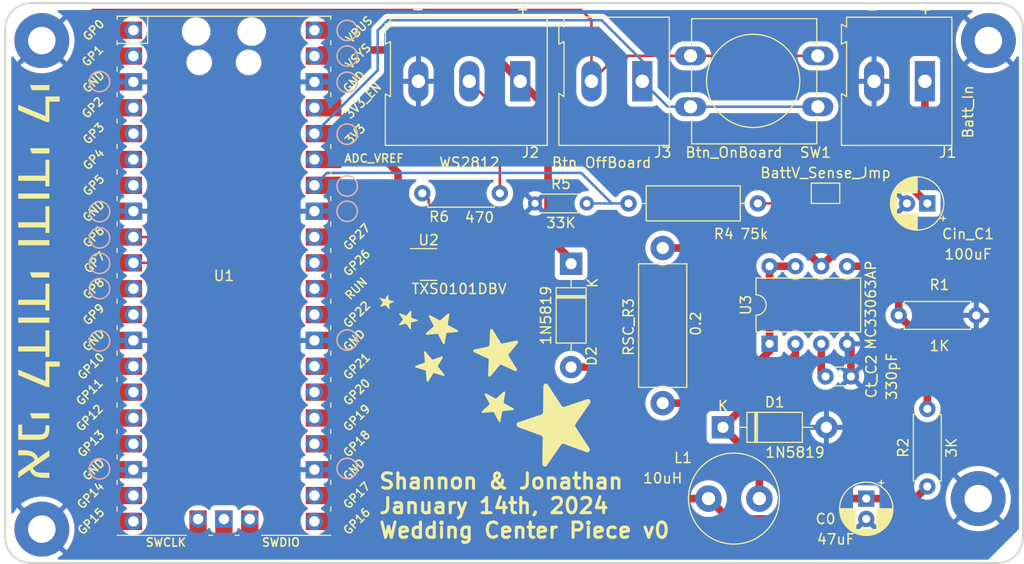
<source format=kicad_pcb>
(kicad_pcb (version 20221018) (generator pcbnew)
  (layers (0 "F.Cu" signal) (31 "B.Cu" signal) (34 "B.Paste" user) (35 "F.Paste" user) (36 "B.SilkS" user "B.Silkscreen") (37 "F.SilkS" user "F.Silkscreen") (38 "B.Mask" user) (39 "F.Mask" user) (44 "Edge.Cuts" user))
  (net 0 "")
  (net 1 "+5V")
  (net 2 "/Data_5V")
  (net 3 "GND")
  (net 4 "/Batt+")
  (net 5 "+3V3")
  (net 6 "Net-(J3-Pin_2)")
  (net 7 "Net-(U3-DC)")
  (net 8 "Net-(U1-GPIO28_ADC2)")
  (net 9 "Net-(U2-B)")
  (net 10 "Net-(D2-A)")
  (net 11 "Net-(U3-Vfb)")
  (net 12 "Net-(U1-GPIO6)")
  (net 13 "Net-(U1-GPIO7)")
  (net 14 "Net-(D1-K)")
  (net 15 "Net-(U3-TC)")
  (net 45 "Net-(JP1-B)")
  (footprint "TerminalBlock:TerminalBlock_Altech_AK300-2_P5.00mm" (layer "F.Cu") (at 182.765 75 180)
    (fp_text reference "J1")
    (fp_text value "Batt_In")
  )
  (footprint "MCU_RaspberryPi_and_Boards:RPi_Pico_SMD_TH" (layer "F.Cu") (at 113.89 94.11)
    (fp_text reference "U1")
    (fp_text value "Pico")
  )
  (footprint "MountingHole:MountingHole_2.7mm_M2.5_Pad" (layer "F.Cu") (at 96 71)
    (fp_text reference "H1" hide)
    (fp_text value "MountingHole_Pad" hide)
  )
  (footprint "Package_DIP:DIP-8_W7.62mm" (layer "F.Cu") (at 167.5 100.79 90)
    (fp_text reference "U3")
    (fp_text value "MC33063AP")
  )
  (footprint "Resistor_THT:R_Axial_DIN0207_L6.3mm_D2.5mm_P7.62mm_Horizontal" (layer "F.Cu") (at 133.38 86)
    (fp_text reference "R6")
    (fp_text value "470")
  )
  (footprint "Capacitor_THT:CP_Radial_D5.0mm_P2.00mm" (layer "F.Cu") (at 183 87 180)
    (fp_text reference "Cin_C1")
    (fp_text value "100uF")
  )
  (footprint "Jumper:SolderJumper-2_P1.3mm_Open_TrianglePad1.0x1.5mm" (layer "F.Cu") (at 173 86 180)
    (fp_text reference "JP1" hide)
    (fp_text value "BattV_Sense_Jmp")
  )
  (footprint "MountingHole:MountingHole_2.7mm_M2.5_Pad" (layer "F.Cu") (at 189 71)
    (fp_text reference "H2" hide)
    (fp_text value "MountingHole_Pad" hide)
  )
  (footprint "TerminalBlock:TerminalBlock_Altech_AK300-2_P5.00mm" (layer "F.Cu") (at 155 75 180)
    (fp_text reference "J3")
    (fp_text value "Btn_OffBoard")
  )
  (footprint "MountingHole:MountingHole_2.7mm_M2.5_Pad" (layer "F.Cu") (at 188 116)
    (fp_text reference "H4" hide)
    (fp_text value "MountingHole_Pad" hide)
  )
  (footprint "TerminalBlock:TerminalBlock_Altech_AK300-3_P5.00mm" (layer "F.Cu") (at 143 75 180)
    (fp_text reference "J2")
    (fp_text value "WS2812")
  )
  (footprint "Resistor_THT:R_Axial_DIN0207_L6.3mm_D2.5mm_P7.62mm_Horizontal" (layer "F.Cu") (at 180.19 98)
    (fp_text reference "R1")
    (fp_text value "1K")
  )
  (footprint "Resistor_THT:R_Axial_DIN0204_L3.6mm_D1.6mm_P5.08mm_Horizontal" (layer "F.Cu") (at 144.46 87)
    (fp_text reference "R5")
    (fp_text value "33K")
  )
  (footprint "Package_TO_SOT_SMD:SOT-23-6" (layer "F.Cu") (at 134 93)
    (fp_text reference "U2")
    (fp_text value "TXS0101DBV")
  )
  (footprint "Diode_THT:D_DO-41_SOD81_P10.16mm_Horizontal" (layer "F.Cu") (at 148 92.92 -90)
    (fp_text reference "D2")
    (fp_text value "1N5819")
  )
  (footprint "Resistor_THT:R_Axial_DIN0309_L9.0mm_D3.2mm_P12.70mm_Horizontal" (layer "F.Cu") (at 153.65 87)
    (fp_text reference "R4")
    (fp_text value "75k")
  )
  (footprint "Resistor_THT:R_Axial_DIN0414_L11.9mm_D4.5mm_P15.24mm_Horizontal" (layer "F.Cu") (at 157 91.38 -90)
    (fp_text reference "RSC_R3")
    (fp_text value "0.2")
  )
  (footprint "Inductor_THT:L_Radial_D8.7mm_P5.00mm_Fastron_07HCP" (layer "F.Cu") (at 166.5 116 180)
    (fp_text reference "L1")
    (fp_text value "10uH")
  )
  (footprint "Button_Switch_THT:SW_PUSH-12mm" (layer "F.Cu") (at 172.24 77.5 180)
    (fp_text reference "SW1")
    (fp_text value "Btn_OnBoard")
  )
  (footprint "Resistor_THT:R_Axial_DIN0207_L6.3mm_D2.5mm_P7.62mm_Horizontal" (layer "F.Cu") (at 183 114.81 90)
    (fp_text reference "R2")
    (fp_text value "3K")
  )
  (footprint "Diode_THT:D_DO-41_SOD81_P10.16mm_Horizontal" (layer "F.Cu") (at 162.92 109)
    (fp_text reference "D1")
    (fp_text value "1N5819")
  )
  (footprint "MountingHole:MountingHole_2.7mm_M2.5_Pad" (layer "F.Cu") (at 96 119)
    (fp_text reference "H3" hide)
    (fp_text value "MountingHole_Pad" hide)
  )
  (footprint "Capacitor_THT:C_Disc_D3.0mm_W1.6mm_P2.50mm" (layer "F.Cu") (at 173 104)
    (fp_text reference "Ct_C2")
    (fp_text value "330pF")
  )
  (footprint "Capacitor_THT:CP_Radial_D5.0mm_P2.00mm" (layer "F.Cu") (at 177 116 -90)
    (fp_text reference "C0")
    (fp_text value "47uF")
  )
  (gr_circle (center 101.674567 90.385567) (end 101.674567 91.385567) (stroke (width 0.15)) (fill none) (layer "B.SilkS"))
  (gr_circle (center 126 113.032553) (end 126 114.032553) (stroke (width 0.15)) (fill none) (layer "B.SilkS"))
  (gr_circle (center 101.674567 75.026219) (end 101.674567 76.026219) (stroke (width 0.15)) (fill none) (layer "B.SilkS"))
  (gr_circle (center 126 75.096611) (end 126 76.096611) (stroke (width 0.15)) (fill none) (layer "B.SilkS"))
  (gr_circle (center 101.674567 92.887606) (end 101.674567 93.887606) (stroke (width 0.15)) (fill none) (layer "B.SilkS"))
  (gr_circle (center 101.674567 95.363718) (end 101.674567 96.363718) (stroke (width 0.15)) (fill none) (layer "B.SilkS"))
  (gr_circle (center 126 80.193484) (end 126 81.193484) (stroke (width 0.15)) (fill none) (layer "B.SilkS"))
  (gr_circle (center 101.674567 113.082153) (end 101.674567 114.082153) (stroke (width 0.15)) (fill none) (layer "B.SilkS"))
  (gr_circle (center 126 72.515981) (end 126 73.515981) (stroke (width 0.15)) (fill none) (layer "B.SilkS"))
  (gr_circle (center 126 85.290314) (end 126 86.290314) (stroke (width 0.15)) (fill none) (layer "B.SilkS"))
  (gr_circle (center 101.674567 100.510399) (end 101.674567 101.510399) (stroke (width 0.15)) (fill none) (layer "B.SilkS"))
  (gr_circle (center 126 100.419512) (end 126 101.419512) (stroke (width 0.15)) (fill none) (layer "B.SilkS"))
  (gr_circle (center 126 70) (end 126 71) (stroke (width 0.15)) (fill none) (layer "B.SilkS"))
  (gr_circle (center 126 87.774212) (end 126 88.774212) (stroke (width 0.15)) (fill none) (layer "B.SilkS"))
  (gr_circle (center 101.674567 87.805744) (end 101.674567 88.805744) (stroke (width 0.15)) (fill none) (layer "B.SilkS"))
  (gr_poly (pts (xy 130 96) (xy 130.003535 96.000248) (xy 130.007047 96.000734) (xy 130.01052 96.001454) (xy 130.013935 96.002405) (xy 130.017277 96.003581) (xy 130.020529 96.00498) (xy 130.023674 96.006597) (xy 130.026694 96.008429) (xy 130.029572 96.010469) (xy 130.032293 96.012716) (xy 130.034839 96.015165) (xy 130.037193 96.017811) (xy 130.039338 96.020651) (xy 130.041257 96.023681) (xy 130.042934 96.026896) (xy 130.044351 96.030293) (xy 130.045492 96.033867) (xy 130.046339 96.037614) (xy 130.046877 96.041531) (xy 130.088766 96.465854) (xy 130.08898 96.467625) (xy 130.089269 96.469378) (xy 130.08963 96.471111) (xy 130.090062 96.472824) (xy 130.090564 96.474513) (xy 130.091133 96.476178) (xy 130.09177 96.477818) (xy 130.092472 96.47943) (xy 130.093238 96.481013) (xy 130.094067 96.482566) (xy 130.095907 96.485574) (xy 130.097981 96.488441) (xy 130.100278 96.491155) (xy 130.102786 96.493704) (xy 130.105495 96.496075) (xy 130.108393 96.498255) (xy 130.111469 96.500233) (xy 130.114713 96.501995) (xy 130.118112 96.503529) (xy 130.119867 96.504207) (xy 130.121656 96.504824) (xy 130.123479 96.505377) (xy 130.125334 96.505865) (xy 130.569195 96.613154) (xy 130.573252 96.614295) (xy 130.57708 96.615692) (xy 130.580677 96.61733) (xy 130.584042 96.619192) (xy 130.587174 96.621262) (xy 130.59007 96.623523) (xy 130.592729 96.625961) (xy 130.59515 96.628558) (xy 130.59733 96.631298) (xy 130.599269 96.634165) (xy 130.600964 96.637144) (xy 130.602413 96.640217) (xy 130.603617 96.643369) (xy 130.604571 96.646584) (xy 130.605276 96.649846) (xy 130.60573 96.653137) (xy 130.60593 96.656443) (xy 130.605875 96.659747) (xy 130.605564 96.663032) (xy 130.604995 96.666284) (xy 130.604166 96.669485) (xy 130.603076 96.672619) (xy 130.601723 96.675671) (xy 130.600105 96.678624) (xy 130.598221 96.681462) (xy 130.59607 96.684169) (xy 130.593649 96.686728) (xy 130.590957 96.689124) (xy 130.587993 96.69134) (xy 130.584754 96.693361) (xy 130.58124 96.695169) (xy 130.577448 96.69675) (xy 130.159565 96.851664) (xy 130.156136 96.853092) (xy 130.152888 96.854755) (xy 130.149829 96.856639) (xy 130.146969 96.858731) (xy 130.144316 96.861019) (xy 130.141878 96.863489) (xy 130.139665 96.866127) (xy 130.137685 96.86892) (xy 130.135947 96.871856) (xy 130.134459 96.87492) (xy 130.133232 96.8781) (xy 130.132272 96.881382) (xy 130.13159 96.884753) (xy 130.131355 96.886468) (xy 130.131193 96.8882) (xy 130.131105 96.889948) (xy 130.131092 96.89171) (xy 130.131154 96.893484) (xy 130.131293 96.895268) (xy 130.173182 97.319591) (xy 130.173407 97.323518) (xy 130.173292 97.327311) (xy 130.172854 97.330965) (xy 130.172108 97.334474) (xy 130.17107 97.337833) (xy 130.169756 97.341036) (xy 130.168183 97.344076) (xy 130.166365 97.346948) (xy 130.164319 97.349645) (xy 130.16206 97.352163) (xy 130.159606 97.354495) (xy 130.156971 97.356635) (xy 130.154172 97.358577) (xy 130.151224 97.360316) (xy 130.148143 97.361845) (xy 130.144946 97.363159) (xy 130.141648 97.364251) (xy 130.138265 97.365117) (xy 130.134813 97.365749) (xy 130.131309 97.366143) (xy 130.127767 97.366292) (xy 130.124204 97.36619) (xy 130.120636 97.365831) (xy 130.117078 97.36521) (xy 130.113547 97.364321) (xy 130.110059 97.363158) (xy 130.106629 97.361714) (xy 130.103273 97.359985) (xy 130.100008 97.357963) (xy 130.096849 97.355644) (xy 130.093812 97.353022) (xy 130.090913 97.350089) (xy 129.7907 97.021523) (xy 129.788082 97.018872) (xy 129.785284 97.016447) (xy 129.782324 97.014253) (xy 129.779218 97.012292) (xy 129.775983 97.01057) (xy 129.772636 97.00909) (xy 129.769193 97.007855) (xy 129.765671 97.006871) (xy 129.762088 97.00614) (xy 129.75846 97.005667) (xy 129.754803 97.005456) (xy 129.751135 97.00551) (xy 129.747472 97.005834) (xy 129.743832 97.006431) (xy 129.74023 97.007306) (xy 129.736684 97.008461) (xy 129.318738 97.163401) (xy 129.314813 97.164688) (xy 129.310908 97.165637) (xy 129.307034 97.166258) (xy 129.303202 97.166567) (xy 129.299425 97.166573) (xy 129.295714 97.166291) (xy 129.292079 97.165732) (xy 129.288533 97.16491) (xy 129.285086 97.163836) (xy 129.281751 97.162524) (xy 129.278539 97.160986) (xy 129.27546 97.159234) (xy 129.272527 97.157281) (xy 129.26975 97.15514) (xy 129.267142 97.152822) (xy 129.264714 97.150342) (xy 129.262476 97.14771) (xy 129.260442 97.14494) (xy 129.258621 97.142044) (xy 129.257025 97.139035) (xy 129.255666 97.135926) (xy 129.254555 97.132728) (xy 129.253704 97.129455) (xy 129.253124 97.126119) (xy 129.252826 97.122732) (xy 129.252821 97.119307) (xy 129.253122 97.115857) (xy 129.25374 97.112394) (xy 129.254686 97.108931) (xy 129.255971 97.10548) (xy 129.257607 97.102054) (xy 129.259605 97.098665) (xy 129.492015 96.74068) (xy 129.492959 96.739159) (xy 129.493831 96.737613) (xy 129.494629 96.736043) (xy 129.495354 96.734451) (xy 129.496006 96.73284) (xy 129.496586 96.73121) (xy 129.497093 96.729565) (xy 129.497528 96.727906) (xy 129.497892 96.726235) (xy 129.498184 96.724554) (xy 129.498404 96.722864) (xy 129.498553 96.721169) (xy 129.498639 96.717769) (xy 129.498443 96.714367) (xy 129.497967 96.710981) (xy 129.497212 96.707626) (xy 129.496181 96.704317) (xy 129.494875 96.701071) (xy 129.493297 96.697903) (xy 129.491447 96.694829) (xy 129.490421 96.693332) (xy 129.489328 96.691864) (xy 129.488168 96.690428) (xy 129.486942 96.689025) (xy 129.186729 96.360459) (xy 129.184085 96.357323) (xy 129.181792 96.354112) (xy 129.179842 96.350838) (xy 129.178226 96.347515) (xy 129.176934 96.344157) (xy 129.175959 96.340777) (xy 129.175291 96.33739) (xy 129.174921 96.334008) (xy 129.17484 96.330645) (xy 129.17504 96.327315) (xy 129.175512 96.324032) (xy 129.176247 96.320809) (xy 129.177235 96.317659) (xy 129.178469 96.314597) (xy 129.179939 96.311636) (xy 129.181636 96.308789) (xy 129.183552 96.306071) (xy 129.185678 96.303494) (xy 129.188004 96.301073) (xy 129.190523 96.29882) (xy 129.193224 96.29675) (xy 129.1961 96.294877) (xy 129.199141 96.293213) (xy 129.202339 96.291772) (xy 129.205684 96.290569) (xy 129.209168 96.289616) (xy 129.212783 96.288928) (xy 129.216518 96.288517) (xy 129.220365 96.288398) (xy 129.224316 96.288584) (xy 129.228361 96.289088) (xy 129.232492 96.289925) (xy 129.676353 96.397213) (xy 129.678222 96.397627) (xy 129.680094 96.397968) (xy 129.681965 96.398239) (xy 129.683834 96.398438) (xy 129.685698 96.398568) (xy 129.687556 96.398629) (xy 129.689406 96.398621) (xy 129.691246 96.398546) (xy 129.693074 96.398404) (xy 129.694888 96.398196) (xy 129.696686 96.397922) (xy 129.698466 96.397583) (xy 129.700226 96.39718) (xy 129.701963 96.396714) (xy 129.703677 96.396185) (xy 129.705365 96.395595) (xy 129.707026 96.394943) (xy 129.708656 96.394231) (xy 129.710255 96.393459) (xy 129.71182 96.392627) (xy 129.713349 96.391738) (xy 129.714841 96.390791) (xy 129.716293 96.389787) (xy 129.717703 96.388727) (xy 129.71907 96.387611) (xy 129.720391 96.386441) (xy 129.721665 96.385216) (xy 129.722889 96.383938) (xy 129.724062 96.382608) (xy 129.725181 96.381226) (xy 129.726245 96.379793) (xy 129.727252 96.378309) (xy 129.959662 96.020324) (xy 129.961955 96.017103) (xy 129.964445 96.014172) (xy 129.967115 96.011529) (xy 129.969948 96.00917) (xy 129.972928 96.007089) (xy 129.976037 96.005283) (xy 129.979258 96.003748) (xy 129.982575 96.00248) (xy 129.98597 96.001475) (xy 129.989428 96.000728) (xy 129.99293 96.000236) (xy 129.996459 95.999995)) (fill solid) (layer "F.SilkS"))
  (gr_poly (pts (xy 140.190577 99.336513) (xy 140.201609 99.337974) (xy 140.212591 99.340291) (xy 140.22347 99.343475) (xy 140.234194 99.347539) (xy 140.244712 99.352491) (xy 140.254971 99.358344) (xy 140.26492 99.365108) (xy 140.274506 99.372795) (xy 140.283677 99.381416) (xy 140.292383 99.39098) (xy 140.30057 99.4015) (xy 140.308186 99.412986) (xy 141.086406 100.687347) (xy 141.09331 100.697742) (xy 141.10087 100.707476) (xy 141.109037 100.716525) (xy 141.11776 100.724866) (xy 141.126991 100.732475) (xy 141.136679 100.739331) (xy 141.146776 100.745409) (xy 141.15723 100.750687) (xy 141.167993 100.755142) (xy 141.179015 100.75875) (xy 141.190246 100.761488) (xy 141.201637 100.763333) (xy 141.213138 100.764263) (xy 141.224699 100.764253) (xy 141.236271 100.763282) (xy 141.247803 100.761325) (xy 142.612908 100.470971) (xy 142.625659 100.468825) (xy 142.638192 100.467808) (xy 142.650477 100.46787) (xy 142.662484 100.468965) (xy 142.674185 100.471043) (xy 142.685549 100.474056) (xy 142.696546 100.477955) (xy 142.707147 100.482692) (xy 142.717322 100.488219) (xy 142.727042 100.494486) (xy 142.736277 100.501446) (xy 142.744996 100.50905) (xy 142.753171 100.517249) (xy 142.760772 100.525995) (xy 142.767769 100.535239) (xy 142.774132 100.544934) (xy 142.779831 100.555029) (xy 142.784838 100.565478) (xy 142.789122 100.576231) (xy 142.792653 100.587241) (xy 142.795402 100.598457) (xy 142.79734 100.609833) (xy 142.798435 100.621319) (xy 142.79866 100.632867) (xy 142.797984 100.644429) (xy 142.796377 100.655955) (xy 142.793809 100.667398) (xy 142.790252 100.678709) (xy 142.785675 100.68984) (xy 142.780049 100.700741) (xy 142.773344 100.711366) (xy 142.765529 100.721664) (xy 141.881269 101.799634) (xy 141.874286 101.808946) (xy 141.868153 101.818747) (xy 141.862873 101.828981) (xy 141.858451 101.839595) (xy 141.854888 101.850533) (xy 141.852188 101.861742) (xy 141.850353 101.873167) (xy 141.849388 101.884753) (xy 141.849294 101.896446) (xy 141.850076 101.908191) (xy 141.851735 101.919933) (xy 141.854276 101.931619) (xy 141.857701 101.943193) (xy 141.862013 101.954601) (xy 141.867215 101.965788) (xy 141.873311 101.976701) (xy 142.651528 103.251062) (xy 142.65827 103.26308) (xy 142.66389 103.275163) (xy 142.668421 103.287267) (xy 142.671897 103.299354) (xy 142.674352 103.31138) (xy 142.675819 103.323306) (xy 142.676332 103.33509) (xy 142.675925 103.346691) (xy 142.67463 103.358068) (xy 142.672482 103.36918) (xy 142.669514 103.379986) (xy 142.66576 103.390445) (xy 142.661254 103.400515) (xy 142.656028 103.410156) (xy 142.650117 103.419327) (xy 142.643554 103.427986) (xy 142.636373 103.436092) (xy 142.628608 103.443605) (xy 142.620291 103.450482) (xy 142.611457 103.456684) (xy 142.60214 103.462169) (xy 142.592372 103.466896) (xy 142.582187 103.470824) (xy 142.571619 103.473911) (xy 142.560702 103.476118) (xy 142.549469 103.477401) (xy 142.537954 103.477722) (xy 142.52619 103.477038) (xy 142.514211 103.475308) (xy 142.502051 103.472491) (xy 142.489743 103.468547) (xy 142.47732 103.463434) (xy 141.152906 102.8554) (xy 141.147311 102.852966) (xy 141.141677 102.850774) (xy 141.136013 102.848822) (xy 141.130323 102.847108) (xy 141.124615 102.845633) (xy 141.118894 102.844393) (xy 141.113168 102.843389) (xy 141.107442 102.842618) (xy 141.101723 102.842079) (xy 141.096017 102.841772) (xy 141.090331 102.841694) (xy 141.08467 102.841845) (xy 141.079042 102.842224) (xy 141.073453 102.842828) (xy 141.067909 102.843657) (xy 141.062416 102.844709) (xy 141.05698 102.845983) (xy 141.051609 102.847477) (xy 141.046309 102.849192) (xy 141.041085 102.851124) (xy 141.035945 102.853273) (xy 141.030894 102.855638) (xy 141.025939 102.858216) (xy 141.021087 102.861008) (xy 141.016343 102.864012) (xy 141.011714 102.867225) (xy 141.007207 102.870648) (xy 141.002828 102.874279) (xy 140.998582 102.878116) (xy 140.994478 102.882158) (xy 140.99052 102.886404) (xy 140.986715 102.890852) (xy 140.102456 103.968822) (xy 140.093898 103.97842) (xy 140.084863 103.986926) (xy 140.0754 103.994362) (xy 140.06556 104.000751) (xy 140.055394 104.006118) (xy 140.044952 104.010485) (xy 140.034283 104.013876) (xy 140.02344 104.016313) (xy 140.012472 104.017819) (xy 140.001429 104.018419) (xy 139.990362 104.018135) (xy 139.979322 104.016991) (xy 139.968358 104.015009) (xy 139.957522 104.012213) (xy 139.946863 104.008626) (xy 139.936433 104.004272) (xy 139.926281 103.999172) (xy 139.916458 103.993352) (xy 139.907015 103.986833) (xy 139.898001 103.97964) (xy 139.889467 103.971794) (xy 139.881465 103.96332) (xy 139.874043 103.954241) (xy 139.867253 103.94458) (xy 139.861145 103.93436) (xy 139.855769 103.923604) (xy 139.851176 103.912336) (xy 139.847416 103.900578) (xy 139.84454 103.888355) (xy 139.842598 103.875688) (xy 139.84164 103.862602) (xy 139.841717 103.849119) (xy 139.907275 102.395263) (xy 139.907432 102.389161) (xy 139.907351 102.383079) (xy 139.907036 102.377025) (xy 139.906489 102.371004) (xy 139.905716 102.365022) (xy 139.904719 102.359085) (xy 139.903503 102.353199) (xy 139.90207 102.34737) (xy 139.900425 102.341604) (xy 139.898572 102.335907) (xy 139.896514 102.330286) (xy 139.894255 102.324745) (xy 139.891799 102.319291) (xy 139.889149 102.313931) (xy 139.886309 102.308669) (xy 139.883283 102.303512) (xy 139.880074 102.298466) (xy 139.876687 102.293537) (xy 139.873125 102.288731) (xy 139.869391 102.284054) (xy 139.86549 102.279512) (xy 139.861425 102.275111) (xy 139.8572 102.270857) (xy 139.852818 102.266755) (xy 139.848284 102.262813) (xy 139.8436 102.259035) (xy 139.838772 102.255428) (xy 139.833802 102.251998) (xy 139.828694 102.24875) (xy 139.823452 102.245692) (xy 139.81808 102.242828) (xy 139.812581 102.240165) (xy 138.487962 101.632043) (xy 138.47591 101.625945) (xy 138.464687 101.619108) (xy 138.454292 101.611589) (xy 138.444721 101.603442) (xy 138.435972 101.594724) (xy 138.428043 101.58549) (xy 138.420931 101.575795) (xy 138.414633 101.565694) (xy 138.409146 101.555243) (xy 138.404468 101.544497) (xy 138.400597 101.533512) (xy 138.397529 101.522343) (xy 138.395262 101.511045) (xy 138.393794 101.499674) (xy 138.393122 101.488286) (xy 138.393243 101.476935) (xy 138.394154 101.465677) (xy 138.395854 101.454567) (xy 138.398339 101.443661) (xy 138.401606 101.433015) (xy 138.405654 101.422682) (xy 138.410479 101.41272) (xy 138.416079 101.403184) (xy 138.422452 101.394128) (xy 138.429594 101.385608) (xy 138.437503 101.37768) (xy 138.446176 101.370398) (xy 138.455611 101.36382) (xy 138.465806 101.357998) (xy 138.476756 101.35299) (xy 138.488461 101.348851) (xy 138.500917 101.345635) (xy 139.86602 101.055281) (xy 139.87172 101.05395) (xy 139.87731 101.05239) (xy 139.882785 101.050605) (xy 139.888142 101.048601) (xy 139.893376 101.046383) (xy 139.898484 101.043956) (xy 139.903462 101.041325) (xy 139.908305 101.038495) (xy 139.917571 101.032259) (xy 139.926251 101.025288) (xy 139.934313 101.017624) (xy 139.941724 101.009306) (xy 139.948452 101.000375) (xy 139.954465 100.990873) (xy 139.959731 100.980839) (xy 139.964217 100.970314) (xy 139.967893 100.959339) (xy 139.970724 100.947954) (xy 139.972679 100.9362) (xy 139.973319 100.930198) (xy 139.973727 100.924118) (xy 140.039283 99.470261) (xy 140.04042 99.456897) (xy 140.042545 99.44417) (xy 140.045607 99.432091) (xy 140.049553 99.420671) (xy 140.054331 99.409921) (xy 140.05989 99.399851) (xy 140.066178 99.390473) (xy 140.073142 99.381799) (xy 140.080731 99.373837) (xy 140.088893 99.366601) (xy 140.097575 99.3601) (xy 140.106726 99.354346) (xy 140.116294 99.34935) (xy 140.126227 99.345122) (xy 140.136473 99.341674) (xy 140.146979 99.339017) (xy 140.157695 99.337161) (xy 140.168568 99.336118) (xy 140.179546 99.335898)) (fill solid) (layer "F.SilkS"))
  (gr_poly (pts (xy 133.644768 101.526166) (xy 133.651959 101.527221) (xy 133.659129 101.528847) (xy 133.666247 101.531056) (xy 133.673282 101.533859) (xy 133.6802 101.537269) (xy 133.68697 101.541297) (xy 133.69356 101.545954) (xy 133.699938 101.551253) (xy 133.706071 101.557204) (xy 133.711929 101.563819) (xy 134.319384 102.303712) (xy 134.324692 102.309698) (xy 134.330358 102.315206) (xy 134.336348 102.320225) (xy 134.342629 102.324744) (xy 134.349167 102.328755) (xy 134.355928 102.332246) (xy 134.362879 102.335207) (xy 134.369986 102.337629) (xy 134.377216 102.3395) (xy 134.384534 102.34081) (xy 134.391909 102.34155) (xy 134.399305 102.341708) (xy 134.40669 102.341275) (xy 134.41403 102.340241) (xy 134.42129 102.338595) (xy 134.428439 102.336326) (xy 135.26934 102.030554) (xy 135.277245 102.028057) (xy 135.285111 102.026296) (xy 135.292917 102.025243) (xy 135.300638 102.02487) (xy 135.308252 102.025149) (xy 135.315735 102.026051) (xy 135.323064 102.027548) (xy 135.330217 102.029613) (xy 135.337169 102.032217) (xy 135.343898 102.035332) (xy 135.35038 102.038929) (xy 135.356592 102.042981) (xy 135.362512 102.04746) (xy 135.368116 102.052337) (xy 135.373381 102.057584) (xy 135.378283 102.063173) (xy 135.3828 102.069076) (xy 135.386908 102.075265) (xy 135.390584 102.081711) (xy 135.393805 102.088387) (xy 135.396549 102.095264) (xy 135.398791 102.102315) (xy 135.400508 102.10951) (xy 135.401678 102.116822) (xy 135.402277 102.124223) (xy 135.402282 102.131684) (xy 135.40167 102.139178) (xy 135.400417 102.146676) (xy 135.398501 102.15415) (xy 135.395899 102.161572) (xy 135.392586 102.168913) (xy 135.388541 102.176147) (xy 134.922992 102.939221) (xy 134.921116 102.942456) (xy 134.919386 102.945754) (xy 134.916364 102.952522) (xy 134.913922 102.95949) (xy 134.912058 102.966622) (xy 134.910768 102.973884) (xy 134.910051 102.981241) (xy 134.909902 102.988658) (xy 134.91032 102.9961) (xy 134.911301 103.003533) (xy 134.912841 103.01092) (xy 134.914939 103.018228) (xy 134.917592 103.025422) (xy 134.920796 103.032465) (xy 134.924548 103.039325) (xy 134.928847 103.045966) (xy 134.933687 103.052352) (xy 135.541142 103.792244) (xy 135.546492 103.799276) (xy 135.551134 103.806447) (xy 135.555088 103.813729) (xy 135.55837 103.821094) (xy 135.560998 103.828512) (xy 135.562991 103.835953) (xy 135.564364 103.843389) (xy 135.565138 103.850791) (xy 135.565328 103.85813) (xy 135.564952 103.865376) (xy 135.564029 103.872501) (xy 135.562576 103.879476) (xy 135.56061 103.88627) (xy 135.55815 103.892856) (xy 135.555213 103.899205) (xy 135.551816 103.905286) (xy 135.547978 103.911072) (xy 135.543715 103.916532) (xy 135.539047 103.921639) (xy 135.53399 103.926362) (xy 135.528562 103.930674) (xy 135.52278 103.934544) (xy 135.516663 103.937943) (xy 135.510228 103.940844) (xy 135.503493 103.943216) (xy 135.496475 103.94503) (xy 135.489192 103.946258) (xy 135.481662 103.946869) (xy 135.473903 103.946837) (xy 135.465932 103.94613) (xy 135.457766 103.944721) (xy 135.449424 103.942579) (xy 134.554448 103.674331) (xy 134.550679 103.673283) (xy 134.546907 103.672392) (xy 134.543137 103.671656) (xy 134.539372 103.671075) (xy 134.535617 103.670645) (xy 134.531874 103.670367) (xy 134.528149 103.670239) (xy 134.524445 103.670259) (xy 134.520766 103.670425) (xy 134.517116 103.670738) (xy 134.513499 103.671194) (xy 134.509918 103.671794) (xy 134.506379 103.672534) (xy 134.502884 103.673415) (xy 134.499437 103.674434) (xy 134.496043 103.675591) (xy 134.492706 103.676883) (xy 134.489429 103.67831) (xy 134.486216 103.67987) (xy 134.483071 103.681561) (xy 134.479999 103.683383) (xy 134.477002 103.685334) (xy 134.474086 103.687412) (xy 134.471253 103.689616) (xy 134.468508 103.691945) (xy 134.465855 103.694397) (xy 134.463298 103.696971) (xy 134.46084 103.699666) (xy 134.458486 103.702479) (xy 134.45624 103.705411) (xy 134.454104 103.708459) (xy 134.452084 103.711622) (xy 133.986535 104.474696) (xy 133.981955 104.481551) (xy 133.976975 104.487754) (xy 133.971628 104.493317) (xy 133.965949 104.498249) (xy 133.959972 104.502561) (xy 133.95373 104.506262) (xy 133.947258 104.509364) (xy 133.940591 104.511876) (xy 133.933761 104.513808) (xy 133.926803 104.515171) (xy 133.919751 104.515975) (xy 133.91264 104.51623) (xy 133.905502 104.515947) (xy 133.898374 104.515136) (xy 133.891287 104.513807) (xy 133.884277 104.51197) (xy 133.877378 104.509635) (xy 133.870624 104.506813) (xy 133.864048 104.503514) (xy 133.857685 104.499749) (xy 133.85157 104.495527) (xy 133.845735 104.490858) (xy 133.840215 104.485754) (xy 133.835044 104.480224) (xy 133.830257 104.474278) (xy 133.825887 104.467928) (xy 133.821969 104.461182) (xy 133.818536 104.454051) (xy 133.815622 104.446546) (xy 133.813263 104.438676) (xy 133.811491 104.430453) (xy 133.810341 104.421886) (xy 133.722648 103.492977) (xy 133.722205 103.489088) (xy 133.721613 103.485234) (xy 133.720874 103.481418) (xy 133.719991 103.477644) (xy 133.718968 103.473915) (xy 133.717807 103.470234) (xy 133.716511 103.466605) (xy 133.715083 103.463032) (xy 133.713526 103.459517) (xy 133.711843 103.456065) (xy 133.708109 103.449362) (xy 133.703905 103.44295) (xy 133.699254 103.436857) (xy 133.694179 103.431111) (xy 133.688703 103.425739) (xy 133.68285 103.420769) (xy 133.679789 103.418444) (xy 133.676642 103.416229) (xy 133.673413 103.414129) (xy 133.670103 103.412147) (xy 133.666717 103.410286) (xy 133.663256 103.408551) (xy 133.659724 103.406943) (xy 133.656124 103.405467) (xy 133.652458 103.404127) (xy 133.64873 103.402925) (xy 132.753617 103.13464) (xy 132.745422 103.131839) (xy 132.737688 103.128497) (xy 132.730419 103.124647) (xy 132.723618 103.120327) (xy 132.717288 103.115569) (xy 132.711432 103.110412) (xy 132.706054 103.104889) (xy 132.701157 103.099036) (xy 132.696744 103.092888) (xy 132.692818 103.086482) (xy 132.689383 103.079851) (xy 132.686442 103.073033) (xy 132.683998 103.066061) (xy 132.682054 103.058972) (xy 132.680614 103.051801) (xy 132.679681 103.044584) (xy 132.679259 103.037355) (xy 132.67935 103.03015) (xy 132.679957 103.023004) (xy 132.681085 103.015954) (xy 132.682736 103.009034) (xy 132.684913 103.00228) (xy 132.687621 102.995727) (xy 132.690861 102.98941) (xy 132.694638 102.983365) (xy 132.698954 102.977628) (xy 132.703814 102.972234) (xy 132.709219 102.967217) (xy 132.715174 102.962615) (xy 132.721681 102.958461) (xy 132.728744 102.954792) (xy 132.736367 102.951642) (xy 133.577268 102.64587) (xy 133.580769 102.644517) (xy 133.584179 102.643029) (xy 133.590719 102.63966) (xy 133.596873 102.635791) (xy 133.602622 102.63145) (xy 133.607951 102.626666) (xy 133.612842 102.621469) (xy 133.617278 102.615885) (xy 133.621244 102.609945) (xy 133.624721 102.603676) (xy 133.627694 102.597108) (xy 133.630145 102.590269) (xy 133.632057 102.583188) (xy 133.633414 102.575893) (xy 133.634199 102.568412) (xy 133.634395 102.560776) (xy 133.633986 102.553011) (xy 133.546293 101.624102) (xy 133.545826 101.615516) (xy 133.546043 101.607246) (xy 133.546913 101.599305) (xy 133.548402 101.591703) (xy 133.55048 101.584452) (xy 133.553114 101.577565) (xy 133.556272 101.571051) (xy 133.559922 101.564924) (xy 133.564032 101.559194) (xy 133.56857 101.553874) (xy 133.573505 101.548974) (xy 133.578803 101.544507) (xy 133.584434 101.540484) (xy 133.590364 101.536916) (xy 133.596563 101.533815) (xy 133.602997 101.531194) (xy 133.609636 101.529062) (xy 133.616446 101.527433) (xy 133.623397 101.526317) (xy 133.630455 101.525726) (xy 133.63759 101.525672)) (fill solid) (layer "F.SilkS"))
  (gr_poly (pts (xy 135.947636 97.808677) (xy 135.955394 97.80963) (xy 135.963068 97.811134) (xy 135.970625 97.81317) (xy 135.97803 97.815721) (xy 135.98525 97.818768) (xy 135.992251 97.822293) (xy 135.999 97.826276) (xy 136.005462 97.830701) (xy 136.011604 97.835548) (xy 136.017392 97.840799) (xy 136.022792 97.846436) (xy 136.027771 97.85244) (xy 136.032294 97.858793) (xy 136.036329 97.865478) (xy 136.03984 97.872474) (xy 136.042795 97.879765) (xy 136.04516 97.887331) (xy 136.046901 97.895154) (xy 136.047983 97.903217) (xy 136.048374 97.9115) (xy 136.04804 97.919985) (xy 136.046946 97.928655) (xy 135.893637 98.858535) (xy 135.893083 98.862438) (xy 135.892696 98.866346) (xy 135.892475 98.870253) (xy 135.892418 98.874156) (xy 135.892522 98.87805) (xy 135.892786 98.881931) (xy 135.893208 98.885796) (xy 135.893785 98.889639) (xy 135.894515 98.893458) (xy 135.895396 98.897247) (xy 135.896426 98.901003) (xy 135.897603 98.904721) (xy 135.898926 98.908398) (xy 135.900391 98.912029) (xy 135.901997 98.91561) (xy 135.903742 98.919138) (xy 135.905623 98.922607) (xy 135.907639 98.926014) (xy 135.909787 98.929355) (xy 135.912066 98.932625) (xy 135.914473 98.935821) (xy 135.917006 98.938938) (xy 135.919663 98.941973) (xy 135.922442 98.94492) (xy 135.925342 98.947776) (xy 135.928359 98.950538) (xy 135.931492 98.9532) (xy 135.934739 98.955759) (xy 135.938097 98.95821) (xy 135.941565 98.960549) (xy 135.945141 98.962773) (xy 135.948822 98.964877) (xy 136.835075 99.447851) (xy 136.843084 99.452608) (xy 136.850457 99.457782) (xy 136.8572 99.463336) (xy 136.86332 99.469236) (xy 136.868822 99.475447) (xy 136.873711 99.481932) (xy 136.877994 99.488657) (xy 136.881676 99.495586) (xy 136.884763 99.502683) (xy 136.887262 99.509914) (xy 136.889176 99.517243) (xy 136.890514 99.524634) (xy 136.891279 99.532052) (xy 136.891478 99.539462) (xy 136.891118 99.546828) (xy 136.890202 99.554115) (xy 136.888738 99.561287) (xy 136.886732 99.568309) (xy 136.884188 99.575146) (xy 136.881113 99.581762) (xy 136.877512 99.588122) (xy 136.873391 99.59419) (xy 136.868757 99.599932) (xy 136.863614 99.605311) (xy 136.857969 99.610292) (xy 136.851827 99.61484) (xy 136.845195 99.618919) (xy 136.838077 99.622495) (xy 136.830481 99.62553) (xy 136.82241 99.627992) (xy 136.813872 99.629842) (xy 136.804872 99.631048) (xy 135.824084 99.72273) (xy 135.819985 99.723196) (xy 135.815947 99.723816) (xy 135.811971 99.724588) (xy 135.808061 99.725508) (xy 135.804221 99.726573) (xy 135.800453 99.727781) (xy 135.796762 99.729128) (xy 135.793149 99.730612) (xy 135.78962 99.73223) (xy 135.786176 99.733978) (xy 135.782821 99.735855) (xy 135.779558 99.737856) (xy 135.776392 99.73998) (xy 135.773324 99.742222) (xy 135.770358 99.744581) (xy 135.767499 99.747054) (xy 135.764748 99.749636) (xy 135.762109 99.752327) (xy 135.759585 99.755121) (xy 135.757181 99.758018) (xy 135.754898 99.761013) (xy 135.75274 99.764105) (xy 135.750712 99.767289) (xy 135.748815 99.770563) (xy 135.747053 99.773925) (xy 135.745429 99.77737) (xy 135.743948 99.780897) (xy 135.742611 99.784503) (xy 135.741423 99.788183) (xy 135.740386 99.791937) (xy 135.739504 99.79576) (xy 135.738781 99.79965) (xy 135.585472 100.72953) (xy 135.583707 100.738041) (xy 135.581292 100.746073) (xy 135.578266 100.753624) (xy 135.574665 100.76069) (xy 135.570528 100.767268) (xy 135.565891 100.773354) (xy 135.560792 100.778944) (xy 135.555268 100.784035) (xy 135.549357 100.788624) (xy 135.543095 100.792707) (xy 135.536521 100.796281) (xy 135.529671 100.799343) (xy 135.522583 100.801888) (xy 135.515295 100.803914) (xy 135.507844 100.805416) (xy 135.500266 100.806392) (xy 135.4926 100.806838) (xy 135.484883 100.806751) (xy 135.477151 100.806127) (xy 135.469444 100.804962) (xy 135.461797 100.803253) (xy 135.454248 100.800998) (xy 135.446835 100.798191) (xy 135.439595 100.794831) (xy 135.432565 100.790912) (xy 135.425783 100.786433) (xy 135.419286 100.781389) (xy 135.413112 100.775777) (xy 135.407297 100.769593) (xy 135.401879 100.762835) (xy 135.396896 100.755498) (xy 135.392384 100.747579) (xy 134.939399 99.874359) (xy 134.935325 99.867202) (xy 134.93074 99.860424) (xy 134.925675 99.854045) (xy 134.920165 99.848083) (xy 134.914244 99.842556) (xy 134.907944 99.83748) (xy 134.9013 99.832876) (xy 134.894345 99.828759) (xy 134.887113 99.82515) (xy 134.879637 99.822064) (xy 134.871951 99.819521) (xy 134.864089 99.817539) (xy 134.856084 99.816135) (xy 134.84797 99.815327) (xy 134.83978 99.815133) (xy 134.831548 99.815572) (xy 133.85061 99.907271) (xy 133.841494 99.907774) (xy 133.832614 99.907565) (xy 133.823987 99.906677) (xy 133.815632 99.905143) (xy 133.807564 99.902996) (xy 133.799801 99.90027) (xy 133.792361 99.896999) (xy 133.78526 99.893214) (xy 133.778517 99.888951) (xy 133.772147 99.884241) (xy 133.766168 99.879119) (xy 133.760597 99.873618) (xy 133.755452 99.867771) (xy 133.75075 99.86161) (xy 133.746507 99.855171) (xy 133.742742 99.848485) (xy 133.73947 99.841587) (xy 133.73671 99.834509) (xy 133.734479 99.827285) (xy 133.732794 99.819949) (xy 133.731671 99.812532) (xy 133.731129 99.80507) (xy 133.731184 99.797595) (xy 133.731854 99.79014) (xy 133.733155 99.782739) (xy 133.735105 99.775425) (xy 133.737722 99.768231) (xy 133.741021 99.761191) (xy 133.745021 99.754338) (xy 133.749739 99.747705) (xy 133.755192 99.741326) (xy 133.761397 99.735234) (xy 134.462374 99.1039) (xy 134.468005 99.098392) (xy 134.473066 99.092513) (xy 134.47755 99.086298) (xy 134.481453 99.079782) (xy 134.48477 99.073) (xy 134.487495 99.065986) (xy 134.489624 99.058775) (xy 134.491151 99.051401) (xy 134.492071 99.043899) (xy 134.49238 99.036304) (xy 134.492071 99.028651) (xy 134.49114 99.020973) (xy 134.489582 99.013307) (xy 134.487392 99.005685) (xy 134.484564 98.998144) (xy 134.481094 98.990717) (xy 134.028108 98.117498) (xy 134.024257 98.10929) (xy 134.0212 98.101122) (xy 134.01891 98.093016) (xy 134.01736 98.084998) (xy 134.016524 98.077089) (xy 134.016375 98.069316) (xy 134.016886 98.061702) (xy 134.018031 98.05427) (xy 134.019783 98.047045) (xy 134.022114 98.04005) (xy 134.025 98.03331) (xy 134.028412 98.026849) (xy 134.032324 98.020691) (xy 134.03671 98.014859) (xy 134.041542 98.009378) (xy 134.046795 98.004271) (xy 134.05244 97.999563) (xy 134.058453 97.995278) (xy 134.064805 97.991439) (xy 134.07147 97.988071) (xy 134.078422 97.985197) (xy 134.085633 97.982842) (xy 134.093078 97.98103) (xy 134.100729 97.979784) (xy 134.10856 97.979128) (xy 134.116543 97.979087) (xy 134.124653 97.979684) (xy 134.132862 97.980944) (xy 134.141145 97.982891) (xy 134.149473 97.985548) (xy 134.157821 97.988939) (xy 134.166162 97.993088) (xy 135.052415 98.476063) (xy 135.05997 98.479814) (xy 135.067686 98.482957) (xy 135.075525 98.485494) (xy 135.08345 98.487428) (xy 135.091426 98.488763) (xy 135.099414 98.489502) (xy 135.107379 98.489648) (xy 135.115282 98.489204) (xy 135.123088 98.488174) (xy 135.13076 98.486561) (xy 135.13826 98.484368) (xy 135.145552 98.481598) (xy 135.152598 98.478256) (xy 135.156018 98.47637) (xy 135.159363 98.474343) (xy 135.162628 98.472173) (xy 135.165808 98.469863) (xy 135.1689 98.467411) (xy 135.171898 98.464819) (xy 135.872876 97.833486) (xy 135.879615 97.82792) (xy 135.886607 97.823088) (xy 135.89382 97.818973) (xy 135.901219 97.815556) (xy 135.908771 97.812818) (xy 135.916441 97.810741) (xy 135.924197 97.809306) (xy 135.932004 97.808497) (xy 135.939828 97.808293)) (fill solid) (layer "F.SilkS"))
  (gr_poly (pts (xy 145.534641 104.698538) (xy 145.552956 104.700565) (xy 145.571148 104.704117) (xy 145.589131 104.709224) (xy 145.606821 104.715913) (xy 145.624132 104.724214) (xy 145.640978 104.734155) (xy 145.657274 104.745766) (xy 145.672935 104.759073) (xy 145.687876 104.774108) (xy 145.70201 104.790897) (xy 145.715253 104.809471) (xy 147.07029 106.880081) (xy 147.082256 106.896876) (xy 147.09527 106.912403) (xy 147.10925 106.926631) (xy 147.124113 106.939528) (xy 147.139776 106.951065) (xy 147.156156 106.961209) (xy 147.173172 106.969929) (xy 147.190741 106.977195) (xy 147.208779 106.982975) (xy 147.227205 106.987238) (xy 147.245935 106.989954) (xy 147.264888 106.991091) (xy 147.28398 106.990618) (xy 147.303129 106.988504) (xy 147.322252 106.984718) (xy 147.331778 106.982188) (xy 147.341267 106.979228) (xy 149.586426 106.228055) (xy 149.607401 106.221985) (xy 149.628075 106.217918) (xy 149.648397 106.215774) (xy 149.668317 106.215475) (xy 149.687782 106.216942) (xy 149.706741 106.220096) (xy 149.725143 106.224858) (xy 149.742935 106.231149) (xy 149.760067 106.23889) (xy 149.776486 106.248003) (xy 149.792142 106.258408) (xy 149.806982 106.270026) (xy 149.820956 106.282779) (xy 149.834011 106.296588) (xy 149.846096 106.311374) (xy 149.857159 106.327057) (xy 149.86715 106.343559) (xy 149.876015 106.360801) (xy 149.883705 106.378704) (xy 149.890167 106.397189) (xy 149.89535 106.416178) (xy 149.899202 106.435591) (xy 149.901672 106.455349) (xy 149.902708 106.475374) (xy 149.902259 106.495586) (xy 149.900272 106.515908) (xy 149.896697 106.536258) (xy 149.891483 106.55656) (xy 149.884576 106.576734) (xy 149.875927 106.5967) (xy 149.865482 106.616381) (xy 149.853192 106.635697) (xy 148.445645 108.666874) (xy 148.43453 108.684323) (xy 148.424861 108.702464) (xy 148.41664 108.7212) (xy 148.409867 108.740437) (xy 148.404542 108.760077) (xy 148.400666 108.780027) (xy 148.398239 108.800188) (xy 148.397262 108.820467) (xy 148.397736 108.840767) (xy 148.39966 108.860992) (xy 148.403035 108.881047) (xy 148.407862 108.900836) (xy 148.414142 108.920263) (xy 148.421873 108.939232) (xy 148.431058 108.957648) (xy 148.441697 108.975415) (xy 149.796948 111.046336) (xy 149.808769 111.065992) (xy 149.818729 111.085959) (xy 149.826884 111.106161) (xy 149.833286 111.126519) (xy 149.83799 111.146957) (xy 149.841049 111.167397) (xy 149.842517 111.187762) (xy 149.842449 111.207975) (xy 149.840897 111.227958) (xy 149.837916 111.247634) (xy 149.833559 111.266925) (xy 149.827881 111.285756) (xy 149.820934 111.304047) (xy 149.812774 111.321723) (xy 149.803453 111.338705) (xy 149.793025 111.354917) (xy 149.781545 111.37028) (xy 149.769066 111.384719) (xy 149.755642 111.398155) (xy 149.741327 111.410511) (xy 149.726174 111.421711) (xy 149.710237 111.431676) (xy 149.69357 111.440329) (xy 149.676228 111.447594) (xy 149.658263 111.453393) (xy 149.639729 111.457648) (xy 149.620681 111.460282) (xy 149.601172 111.461219) (xy 149.581256 111.46038) (xy 149.560987 111.457688) (xy 149.540419 111.453067) (xy 149.519604 111.446439) (xy 147.294539 110.630802) (xy 147.285141 110.627568) (xy 147.275694 110.624762) (xy 147.266209 110.622383) (xy 147.256697 110.620425) (xy 147.247167 110.618886) (xy 147.23763 110.617762) (xy 147.228097 110.617048) (xy 147.218577 110.616743) (xy 147.209082 110.616841) (xy 147.199621 110.617339) (xy 147.190205 110.618233) (xy 147.180844 110.61952) (xy 147.171548 110.621197) (xy 147.162329 110.623259) (xy 147.153196 110.625702) (xy 147.14416 110.628524) (xy 147.135231 110.63172) (xy 147.126419 110.635287) (xy 147.117735 110.639221) (xy 147.109189 110.643518) (xy 147.100792 110.648175) (xy 147.092554 110.653189) (xy 147.084485 110.658555) (xy 147.076595 110.664269) (xy 147.068896 110.670329) (xy 147.061397 110.67673) (xy 147.054109 110.683469) (xy 147.047042 110.690542) (xy 147.040207 110.697945) (xy 147.033613 110.705675) (xy 147.027272 110.713729) (xy 147.021193 110.722102) (xy 145.613646 112.753279) (xy 145.59994 112.771467) (xy 145.585388 112.787846) (xy 145.570074 112.802448) (xy 145.554085 112.815304) (xy 145.537503 112.826445) (xy 145.520414 112.835901) (xy 145.502903 112.843705) (xy 145.485053 112.849887) (xy 145.46695 112.854479) (xy 145.448678 112.857511) (xy 145.430322 112.859016) (xy 145.411967 112.859022) (xy 145.393697 112.857563) (xy 145.375596 112.85467) (xy 145.35775 112.850372) (xy 145.340242 112.844702) (xy 145.323159 112.837691) (xy 145.306583 112.829369) (xy 145.2906 112.819768) (xy 145.275295 112.808919) (xy 145.260752 112.796854) (xy 145.247055 112.783603) (xy 145.23429 112.769197) (xy 145.22254 112.753667) (xy 145.211891 112.737046) (xy 145.202428 112.719363) (xy 145.194234 112.700651) (xy 145.187394 112.680939) (xy 145.181994 112.66026) (xy 145.178117 112.638644) (xy 145.175848 112.616123) (xy 145.175273 112.592728) (xy 145.207476 110.057438) (xy 145.207403 110.046807) (xy 145.206939 110.036255) (xy 145.206089 110.025793) (xy 145.204861 110.015431) (xy 145.203259 110.005177) (xy 145.201292 109.995043) (xy 145.198964 109.985038) (xy 145.196283 109.97517) (xy 145.193254 109.965452) (xy 145.189884 109.955891) (xy 145.18618 109.946498) (xy 145.182147 109.937282) (xy 145.177792 109.928254) (xy 145.173121 109.919422) (xy 145.168141 109.910798) (xy 145.162857 109.90239) (xy 145.157277 109.894208) (xy 145.151406 109.886263) (xy 145.14525 109.878563) (xy 145.138817 109.871119) (xy 145.132112 109.86394) (xy 145.125142 109.857037) (xy 145.117913 109.850418) (xy 145.110431 109.844094) (xy 145.102703 109.838074) (xy 145.094734 109.832368) (xy 145.086532 109.826986) (xy 145.078103 109.821938) (xy 145.069452 109.817234) (xy 145.060586 109.812882) (xy 145.051512 109.808894) (xy 145.042236 109.805278) (xy 142.81717 108.989641) (xy 142.796898 108.981209) (xy 142.777959 108.971351) (xy 142.760352 108.960163) (xy 142.744076 108.947743) (xy 142.72913 108.934185) (xy 142.715512 108.919588) (xy 142.703222 108.904048) (xy 142.692259 108.88766) (xy 142.68262 108.870523) (xy 142.674306 108.852731) (xy 142.667316 108.834383) (xy 142.661647 108.815573) (xy 142.657299 108.7964) (xy 142.654271 108.776958) (xy 142.652561 108.757346) (xy 142.652169 108.73766) (xy 142.653094 108.717995) (xy 142.655334 108.698449) (xy 142.658888 108.679118) (xy 142.663755 108.660099) (xy 142.669935 108.641488) (xy 142.677425 108.623382) (xy 142.686225 108.605877) (xy 142.696333 108.58907) (xy 142.707749 108.573057) (xy 142.720472 108.557936) (xy 142.7345 108.543802) (xy 142.749832 108.530752) (xy 142.766467 108.518882) (xy 142.784404 108.50829) (xy 142.803642 108.499071) (xy 142.82418 108.491323) (xy 145.069339 107.740149) (xy 145.087792 107.733068) (xy 145.105463 107.724517) (xy 145.122299 107.714571) (xy 145.138246 107.703305) (xy 145.15325 107.690796) (xy 145.167257 107.677119) (xy 145.180215 107.662349) (xy 145.192069 107.646562) (xy 145.202766 107.629835) (xy 145.212251 107.612242) (xy 145.220472 107.593859) (xy 145.227375 107.574762) (xy 145.232906 107.555027) (xy 145.237011 107.534729) (xy 145.239636 107.513944) (xy 145.240729 107.492748) (xy 145.272933 104.957462) (xy 145.274096 104.934091) (xy 145.27693 104.911642) (xy 145.281349 104.890144) (xy 145.287269 104.869626) (xy 145.294603 104.850117) (xy 145.303266 104.831644) (xy 145.313173 104.814237) (xy 145.324239 104.797925) (xy 145.336377 104.782736) (xy 145.349503 104.768699) (xy 145.363532 104.755843) (xy 145.378377 104.744196) (xy 145.393953 104.733787) (xy 145.410175 104.724645) (xy 145.426958 104.716799) (xy 145.444216 104.710277) (xy 145.461863 104.705108) (xy 145.479815 104.701321) (xy 145.497985 104.698945) (xy 145.516289 104.698007)) (fill solid) (layer "F.SilkS"))
  (gr_poly (pts (xy 141.434004 105.484405) (xy 141.441762 105.485358) (xy 141.449437 105.486863) (xy 141.456993 105.488899) (xy 141.464399 105.49145) (xy 141.471619 105.494497) (xy 141.47862 105.498021) (xy 141.485369 105.502005) (xy 141.491831 105.506429) (xy 141.497973 105.511276) (xy 141.503761 105.516527) (xy 141.509161 105.522164) (xy 141.51414 105.528169) (xy 141.518663 105.534522) (xy 141.522698 105.541206) (xy 141.526209 105.548203) (xy 141.529164 105.555493) (xy 141.531529 105.563059) (xy 141.533269 105.570883) (xy 141.534352 105.578945) (xy 141.534743 105.587228) (xy 141.534408 105.595714) (xy 141.533314 105.604383) (xy 141.380007 106.534263) (xy 141.379452 106.538167) (xy 141.379066 106.542074) (xy 141.378845 106.545982) (xy 141.378788 106.549884) (xy 141.378892 106.553778) (xy 141.379156 106.55766) (xy 141.379577 106.561524) (xy 141.380154 106.565367) (xy 141.380884 106.569186) (xy 141.381765 106.572975) (xy 141.382796 106.576731) (xy 141.383973 106.580449) (xy 141.385295 106.584126) (xy 141.38676 106.587757) (xy 141.388366 106.591338) (xy 141.390111 106.594866) (xy 141.391992 106.598335) (xy 141.394008 106.601742) (xy 141.396156 106.605083) (xy 141.398434 106.608353) (xy 141.400841 106.611549) (xy 141.403374 106.614666) (xy 141.406032 106.617701) (xy 141.408811 106.620648) (xy 141.41171 106.623505) (xy 141.414727 106.626266) (xy 141.41786 106.628928) (xy 141.421107 106.631487) (xy 141.424466 106.633938) (xy 141.427934 106.636277) (xy 141.431509 106.638501) (xy 141.43519 106.640605) (xy 142.321443 107.123579) (xy 142.329452 107.128336) (xy 142.336825 107.13351) (xy 142.343569 107.139064) (xy 142.349688 107.144965) (xy 142.35519 107.151175) (xy 142.360079 107.15766) (xy 142.364362 107.164385) (xy 142.368045 107.171314) (xy 142.371132 107.178412) (xy 142.37363 107.185643) (xy 142.375545 107.192971) (xy 142.376882 107.200362) (xy 142.377648 107.20778) (xy 142.377847 107.21519) (xy 142.377486 107.222556) (xy 142.376571 107.229843) (xy 142.375107 107.237015) (xy 142.373101 107.244037) (xy 142.370557 107.250874) (xy 142.367482 107.25749) (xy 142.363881 107.26385) (xy 142.35976 107.269918) (xy 142.355126 107.27566) (xy 142.349983 107.281039) (xy 142.344338 107.28602) (xy 142.338197 107.290567) (xy 142.331564 107.294647) (xy 142.324447 107.298222) (xy 142.31685 107.301258) (xy 142.308779 107.303719) (xy 142.300241 107.305569) (xy 142.291241 107.306774) (xy 141.310453 107.398458) (xy 141.306355 107.398924) (xy 141.302316 107.399545) (xy 141.29834 107.400316) (xy 141.294431 107.401236) (xy 141.29059 107.402301) (xy 141.286823 107.403509) (xy 141.283131 107.404856) (xy 141.279519 107.40634) (xy 141.275989 107.407958) (xy 141.272545 107.409707) (xy 141.26919 107.411583) (xy 141.265928 107.413584) (xy 141.262761 107.415708) (xy 141.259693 107.417951) (xy 141.256728 107.420309) (xy 141.253868 107.422782) (xy 141.251117 107.425364) (xy 141.248478 107.428055) (xy 141.245955 107.430849) (xy 141.24355 107.433746) (xy 141.241267 107.436741) (xy 141.23911 107.439832) (xy 141.237081 107.443017) (xy 141.235184 107.446291) (xy 141.233422 107.449652) (xy 141.231799 107.453098) (xy 141.230317 107.456625) (xy 141.228981 107.46023) (xy 141.227792 107.463911) (xy 141.226755 107.467664) (xy 141.225874 107.471488) (xy 141.22515 107.475377) (xy 141.071842 108.405259) (xy 141.070076 108.413769) (xy 141.067662 108.421802) (xy 141.064635 108.429353) (xy 141.061035 108.436418) (xy 141.056897 108.442996) (xy 141.05226 108.449081) (xy 141.047161 108.454672) (xy 141.041637 108.459763) (xy 141.035726 108.464352) (xy 141.029464 108.468435) (xy 141.02289 108.472009) (xy 141.01604 108.47507) (xy 141.008952 108.477616) (xy 141.001664 108.479641) (xy 140.994212 108.481144) (xy 140.986635 108.48212) (xy 140.978969 108.482566) (xy 140.971251 108.482478) (xy 140.96352 108.481854) (xy 140.955812 108.48069) (xy 140.948166 108.478981) (xy 140.940617 108.476725) (xy 140.933204 108.473919) (xy 140.925964 108.470558) (xy 140.918934 108.46664) (xy 140.912152 108.462161) (xy 140.905655 108.457117) (xy 140.899481 108.451505) (xy 140.893666 108.445321) (xy 140.888248 108.438563) (xy 140.883265 108.431226) (xy 140.878753 108.423308) (xy 140.425768 107.550087) (xy 140.421695 107.542929) (xy 140.417109 107.536152) (xy 140.412045 107.529773) (xy 140.406535 107.523811) (xy 140.400613 107.518284) (xy 140.394313 107.513208) (xy 140.387669 107.508604) (xy 140.380714 107.504487) (xy 140.373482 107.500878) (xy 140.366006 107.497792) (xy 140.35832 107.495249) (xy 140.350458 107.493267) (xy 140.342453 107.491862) (xy 140.334339 107.491055) (xy 140.326149 107.490861) (xy 140.317918 107.4913) (xy 139.33698 107.582999) (xy 139.327863 107.583502) (xy 139.318983 107.583293) (xy 139.310356 107.582405) (xy 139.302001 107.58087) (xy 139.293933 107.578724) (xy 139.28617 107.575998) (xy 139.27873 107.572726) (xy 139.27163 107.568942) (xy 139.264886 107.564678) (xy 139.258516 107.559969) (xy 139.252537 107.554847) (xy 139.246966 107.549345) (xy 139.241821 107.543498) (xy 139.237119 107.537338) (xy 139.232876 107.530898) (xy 139.229111 107.524213) (xy 139.225839 107.517314) (xy 139.223079 107.510237) (xy 139.220848 107.503013) (xy 139.219163 107.495676) (xy 139.21804 107.48826) (xy 139.217498 107.480798) (xy 139.217553 107.473322) (xy 139.218223 107.465867) (xy 139.219524 107.458466) (xy 139.221474 107.451152) (xy 139.22409 107.443959) (xy 139.22739 107.436919) (xy 139.23139 107.430066) (xy 139.236108 107.423433) (xy 139.241561 107.417054) (xy 139.247765 107.410962) (xy 139.948743 106.779629) (xy 139.954374 106.77412) (xy 139.959435 106.768242) (xy 139.963919 106.762027) (xy 139.967822 106.755511) (xy 139.971139 106.748729) (xy 139.973864 106.741715) (xy 139.975993 106.734503) (xy 139.97752 106.727129) (xy 139.978441 106.719628) (xy 139.978749 106.712033) (xy 139.97844 106.704379) (xy 139.97751 106.696702) (xy 139.975952 106.689035) (xy 139.973761 106.681413) (xy 139.970934 106.673872) (xy 139.967463 106.666445) (xy 139.514477 105.793226) (xy 139.510626 105.785018) (xy 139.507569 105.77685) (xy 139.505279 105.768745) (xy 139.503729 105.760726) (xy 139.502893 105.752818) (xy 139.502744 105.745044) (xy 139.503255 105.73743) (xy 139.5044 105.729998) (xy 139.506152 105.722773) (xy 139.508484 105.715778) (xy 139.511369 105.709039) (xy 139.514781 105.702577) (xy 139.518693 105.696419) (xy 139.523079 105.690587) (xy 139.527912 105.685106) (xy 139.533164 105.68) (xy 139.53881 105.675292) (xy 139.544822 105.671006) (xy 139.551174 105.667168) (xy 139.557839 105.663799) (xy 139.564791 105.660926) (xy 139.572002 105.658571) (xy 139.579447 105.656758) (xy 139.587098 105.655512) (xy 139.594928 105.654856) (xy 139.602912 105.654815) (xy 139.611022 105.655413) (xy 139.619231 105.656673) (xy 139.627514 105.658619) (xy 139.635842 105.661276) (xy 139.64419 105.664667) (xy 139.65253 105.668817) (xy 140.538785 106.151791) (xy 140.54634 106.155543) (xy 140.554055 106.158685) (xy 140.561894 106.161222) (xy 140.56982 106.163157) (xy 140.577795 106.164491) (xy 140.585783 106.16523) (xy 140.593748 106.165376) (xy 140.601651 106.164932) (xy 140.609457 106.163902) (xy 140.617129 106.162289) (xy 140.624629 106.160096) (xy 140.63192 106.157326) (xy 140.638967 106.153984) (xy 140.642387 106.152098) (xy 140.645731 106.15007) (xy 140.648996 106.147901) (xy 140.652177 106.145591) (xy 140.655269 106.143139) (xy 140.658267 106.140547) (xy 141.359244 105.509214) (xy 141.365983 105.503648) (xy 141.372976 105.498817) (xy 141.380188 105.494702) (xy 141.387587 105.491284) (xy 141.395139 105.488546) (xy 141.40281 105.486469) (xy 141.410565 105.485035) (xy 141.418372 105.484225) (xy 141.426196 105.484021)) (fill solid) (layer "F.SilkS"))
  (gr_poly (pts (xy 132.246195 97.547427) (xy 132.250844 97.548007) (xy 132.255445 97.548904) (xy 132.259978 97.55011) (xy 132.264421 97.551618) (xy 132.268752 97.553419) (xy 132.27295 97.555505) (xy 132.276993 97.557868) (xy 132.28086 97.5605) (xy 132.28453 97.563393) (xy 132.28798 97.566539) (xy 132.291189 97.56993) (xy 132.294135 97.573557) (xy 132.296798 97.577412) (xy 132.299155 97.581489) (xy 132.301185 97.585777) (xy 132.302866 97.590271) (xy 132.304177 97.59496) (xy 132.305097 97.599837) (xy 132.305603 97.604895) (xy 132.305675 97.610125) (xy 132.292018 98.174066) (xy 132.292013 98.176426) (xy 132.292109 98.178775) (xy 132.292302 98.181109) (xy 132.292593 98.183427) (xy 132.292978 98.185727) (xy 132.293457 98.188006) (xy 132.294028 98.190261) (xy 132.294689 98.192492) (xy 132.295438 98.194695) (xy 132.296275 98.196868) (xy 132.297198 98.199008) (xy 132.298205 98.201115) (xy 132.299294 98.203184) (xy 132.300464 98.205215) (xy 132.301713 98.207205) (xy 132.30304 98.209151) (xy 132.304444 98.211051) (xy 132.305921 98.212903) (xy 132.307472 98.214705) (xy 132.309095 98.216455) (xy 132.310787 98.218149) (xy 132.312547 98.219787) (xy 132.314374 98.221365) (xy 132.316267 98.222881) (xy 132.318222 98.224333) (xy 132.32024 98.22572) (xy 132.322319 98.227038) (xy 132.324456 98.228285) (xy 132.32665 98.229459) (xy 132.3289 98.230558) (xy 132.331204 98.231579) (xy 132.333561 98.23252) (xy 132.899018 98.445218) (xy 132.90416 98.447373) (xy 132.90896 98.449827) (xy 132.913419 98.45256) (xy 132.917536 98.455549) (xy 132.921313 98.458774) (xy 132.92475 98.462212) (xy 132.927848 98.465843) (xy 132.930606 98.469644) (xy 132.933025 98.473595) (xy 132.935106 98.477674) (xy 132.93685 98.481859) (xy 132.938257 98.486129) (xy 132.939326 98.490463) (xy 132.94006 98.494839) (xy 132.940458 98.499235) (xy 132.94052 98.50363) (xy 132.940248 98.508004) (xy 132.939642 98.512333) (xy 132.938702 98.516597) (xy 132.937428 98.520774) (xy 132.935822 98.524843) (xy 132.933883 98.528782) (xy 132.931613 98.532571) (xy 132.929011 98.536186) (xy 132.926079 98.539608) (xy 132.922816 98.542814) (xy 132.919223 98.545783) (xy 132.915301 98.548493) (xy 132.911049 98.550923) (xy 132.90647 98.553053) (xy 132.901562 98.554859) (xy 132.896327 98.556321) (xy 132.322554 98.692115) (xy 132.320164 98.692732) (xy 132.317821 98.693435) (xy 132.315528 98.694223) (xy 132.313287 98.695093) (xy 132.311099 98.696043) (xy 132.308966 98.697072) (xy 132.30689 98.698177) (xy 132.304872 98.699357) (xy 132.301017 98.701931) (xy 132.297417 98.70478) (xy 132.294084 98.707885) (xy 132.291032 98.711233) (xy 132.288275 98.714806) (xy 132.287011 98.716672) (xy 132.285826 98.718589) (xy 132.284722 98.720554) (xy 132.283699 98.722566) (xy 132.282761 98.724622) (xy 132.281909 98.72672) (xy 132.281143 98.728859) (xy 132.280467 98.731036) (xy 132.279882 98.73325) (xy 132.279389 98.735498) (xy 132.27899 98.737779) (xy 132.278687 98.74009) (xy 132.278482 98.74243) (xy 132.278376 98.744796) (xy 132.264719 99.308737) (xy 132.264379 99.313928) (xy 132.263615 99.31889) (xy 132.262448 99.323618) (xy 132.260901 99.328105) (xy 132.258994 99.332348) (xy 132.256751 99.33634) (xy 132.254193 99.340077) (xy 132.251341 99.343554) (xy 132.248218 99.346765) (xy 132.244845 99.349706) (xy 132.241245 99.35237) (xy 132.237439 99.354754) (xy 132.233449 99.356851) (xy 132.229297 99.358657) (xy 132.225005 99.360167) (xy 132.220594 99.361374) (xy 132.216087 99.362275) (xy 132.211505 99.362864) (xy 132.20687 99.363136) (xy 132.202204 99.363086) (xy 132.19753 99.362708) (xy 132.192868 99.361998) (xy 132.18824 99.36095) (xy 132.183669 99.359559) (xy 132.179177 99.35782) (xy 132.174785 99.355728) (xy 132.170515 99.353278) (xy 132.166388 99.350464) (xy 132.162428 99.347281) (xy 132.158655 99.343725) (xy 132.155092 99.33979) (xy 132.15176 99.335471) (xy 131.810727 98.855465) (xy 131.807718 98.85156) (xy 131.804437 98.847924) (xy 131.800905 98.844563) (xy 131.797143 98.841486) (xy 131.793174 98.838701) (xy 131.789018 98.836216) (xy 131.784698 98.834038) (xy 131.780233 98.832176) (xy 131.775646 98.830636) (xy 131.770958 98.829428) (xy 131.766191 98.828559) (xy 131.761366 98.828037) (xy 131.756504 98.827869) (xy 131.751627 98.828064) (xy 131.746757 98.82863) (xy 131.741914 98.829574) (xy 131.168053 98.965391) (xy 131.162691 98.966446) (xy 131.157409 98.967059) (xy 131.152222 98.967249) (xy 131.147142 98.967034) (xy 131.142181 98.966431) (xy 131.137353 98.96546) (xy 131.132671 98.964139) (xy 131.128148 98.962485) (xy 131.123796 98.960518) (xy 131.119629 98.958255) (xy 131.115659 98.955715) (xy 131.111901 98.952917) (xy 131.108365 98.949878) (xy 131.105066 98.946617) (xy 131.102016 98.943152) (xy 131.099229 98.939502) (xy 131.096717 98.935684) (xy 131.094493 98.931718) (xy 131.092571 98.927621) (xy 131.090962 98.923412) (xy 131.089681 98.919109) (xy 131.08874 98.91473) (xy 131.088152 98.910295) (xy 131.08793 98.90582) (xy 131.088087 98.901325) (xy 131.088635 98.896827) (xy 131.089589 98.892346) (xy 131.09096 98.887899) (xy 131.092762 98.883504) (xy 131.095008 98.879181) (xy 131.097711 98.874946) (xy 131.100883 98.87082) (xy 131.463977 98.438369) (xy 131.465463 98.436526) (xy 131.466858 98.434636) (xy 131.46816 98.432704) (xy 131.469369 98.430731) (xy 131.471511 98.426675) (xy 131.473284 98.422488) (xy 131.474687 98.418193) (xy 131.47572 98.413809) (xy 131.476383 98.409357) (xy 131.476675 98.404859) (xy 131.476598 98.400336) (xy 131.47615 98.395809) (xy 131.475331 98.391297) (xy 131.474142 98.386824) (xy 131.472582 98.382408) (xy 131.470651 98.378072) (xy 131.468348 98.373837) (xy 131.465674 98.369723) (xy 131.12464 97.889717) (xy 131.121676 97.885172) (xy 131.119185 97.880584) (xy 131.117155 97.875969) (xy 131.11557 97.871345) (xy 131.114418 97.866726) (xy 131.113684 97.862131) (xy 131.113355 97.857575) (xy 131.113416 97.853074) (xy 131.113855 97.848646) (xy 131.114656 97.844306) (xy 131.115807 97.840071) (xy 131.117293 97.835958) (xy 131.119101 97.831982) (xy 131.121216 97.828161) (xy 131.123625 97.824511) (xy 131.126315 97.821048) (xy 131.12927 97.817788) (xy 131.132478 97.814748) (xy 131.135925 97.811945) (xy 131.139596 97.809395) (xy 131.143479 97.807115) (xy 131.147558 97.80512) (xy 131.15182 97.803427) (xy 131.156252 97.802053) (xy 131.16084 97.801014) (xy 131.165569 97.800327) (xy 131.170426 97.800008) (xy 131.175397 97.800073) (xy 131.180468 97.800539) (xy 131.185625 97.801422) (xy 131.190855 97.802739) (xy 131.196144 97.804506) (xy 131.761601 98.017204) (xy 131.763989 98.018049) (xy 131.766391 98.0188) (xy 131.768804 98.019458) (xy 131.771225 98.020023) (xy 131.773653 98.020495) (xy 131.776083 98.020875) (xy 131.778513 98.021165) (xy 131.780942 98.021364) (xy 131.78578 98.021493) (xy 131.790577 98.021267) (xy 131.79531 98.020692) (xy 131.799958 98.019773) (xy 131.802244 98.019186) (xy 131.8045 98.018514) (xy 131.806724 98.017759) (xy 131.808913 98.016921) (xy 131.811065 98.016001) (xy 131.813177 98.014998) (xy 131.815246 98.013915) (xy 131.81727 98.012751) (xy 131.819245 98.011507) (xy 131.821169 98.010184) (xy 131.82304 98.008783) (xy 131.824854 98.007303) (xy 131.826609 98.005746) (xy 131.828303 98.004112) (xy 131.829932 98.002402) (xy 131.831494 98.000617) (xy 132.194588 97.568166) (xy 132.19812 97.564307) (xy 132.201864 97.560863) (xy 132.205798 97.557824) (xy 132.2099 97.555184) (xy 132.214149 97.552934) (xy 132.218523 97.551066) (xy 132.223001 97.549572) (xy 132.227562 97.548443) (xy 132.232183 97.547673) (xy 132.236843 97.547252) (xy 132.241521 97.547173)) (fill solid) (layer "F.SilkS"))
  (gr_line (start 189.9 122.32) (end 94.9 122.32) (stroke (width 0.2)) (layer "Edge.Cuts"))
  (gr_arc (start 94.9 122.32) (mid 93.132233 121.587767) (end 92.4 119.82) (stroke (width 0.2)) (layer "Edge.Cuts"))
  (gr_arc (start 189.9 67.32) (mid 191.667767 68.052233) (end 192.4 69.82) (stroke (width 0.2)) (layer "Edge.Cuts"))
  (gr_line (start 92.4 119.82) (end 92.4 69.82) (stroke (width 0.2)) (layer "Edge.Cuts"))
  (gr_arc (start 92.4 69.82) (mid 93.132233 68.052233) (end 94.9 67.32) (stroke (width 0.2)) (layer "Edge.Cuts"))
  (gr_line (start 94.9 67.32) (end 189.9 67.32) (stroke (width 0.2)) (layer "Edge.Cuts"))
  (gr_arc (start 192.4 119.82) (mid 191.667767 121.587767) (end 189.9 122.32) (stroke (width 0.2)) (layer "Edge.Cuts"))
  (gr_line (start 192.4 69.82) (end 192.4 119.82) (stroke (width 0.2)) (layer "Edge.Cuts"))
  (gr_text "אני לדודי ודודי לי" (at 93 75 270) (layer "F.SilkS") (effects (font (size 4 4)) (justify left bottom)))
  (gr_text "+" (at 182.102764 68.499972) (layer "F.SilkS") (effects (font (size 1 1)) (justify left bottom)))
  (gr_text "Shannon & Jonathan\nJanuary 14th, 2024\nWedding Center Piece v0" (at 129 120) (layer "F.SilkS") (effects (font (size 1.5 1.5) (thickness 0.3) bold) (justify left bottom)))
  (gr_text "-" (at 176.879413 68.493721) (layer "F.SilkS") (effects (font (size 1 1)) (justify left bottom)))
  (gr_text "-" (at 132.241828 68.462359) (layer "F.SilkS") (effects (font (size 1 1)) (justify left bottom)))
  (gr_text "+" (at 142.532438 68.47309) (layer "F.SilkS") (effects (font (size 1 1)) (justify left bottom)))
  (segment (start 145.735 77.735) (end 145.735 90.265) (width 0.75) (layer "F.Cu") (net 1))
  (segment (start 147.92 92.92) (end 148 92.92) (width 0.75) (layer "F.Cu") (net 1))
  (segment (start 122.78 72.52) (end 123.378568 71.921432) (width 0.75) (layer "F.Cu") (net 1))
  (segment (start 145.735 90.265) (end 148 92.53) (width 0.75) (layer "F.Cu") (net 1))
  (segment (start 143.95 92.05) (end 135.1375 92.05) (width 0.75) (layer "F.Cu") (net 1))
  (segment (start 148 92.53) (end 148 92.92) (width 0.75) (layer "F.Cu") (net 1))
  (segment (start 145.735 90.265) (end 143.95 92.05) (width 0.75) (layer "F.Cu") (net 1))
  (segment (start 139.921432 71.921432) (end 143 75) (width 0.75) (layer "F.Cu") (net 1))
  (segment (start 143 75) (end 145.735 77.735) (width 0.75) (layer "F.Cu") (net 1))
  (segment (start 123.378568 71.921432) (end 139.921432 71.921432) (width 0.75) (layer "F.Cu") (net 1))
  (segment (start 141 86) (end 141 78) (width 0.25) (layer "F.Cu") (net 2))
  (segment (start 141 78) (end 138 75) (width 0.25) (layer "F.Cu") (net 2))
  (segment (start 137.81 75.19) (end 138 75) (width 0.25) (layer "F.Cu") (net 2))
  (segment (start 125.76 87.76) (end 131 93) (width 0.75) (layer "F.Cu") (net 3))
  (segment (start 122.78 87.76) (end 125.76 87.76) (width 0.75) (layer "F.Cu") (net 3))
  (segment (start 175.5 104) (end 175.5 101.17) (width 0.75) (layer "F.Cu") (net 3))
  (segment (start 175.5 101.17) (end 175.12 100.79) (width 0.75) (layer "F.Cu") (net 3))
  (segment (start 131 93) (end 132.8625 93) (width 0.75) (layer "F.Cu") (net 3))
  (segment (start 182.765 83.235) (end 182.765 75) (width 0.75) (layer "F.Cu") (net 4))
  (segment (start 170.79 91.38) (end 172.58 93.17) (width 0.75) (layer "F.Cu") (net 4))
  (segment (start 181 85) (end 182.765 83.235) (width 0.75) (layer "F.Cu") (net 4))
  (segment (start 183 87) (end 181 85) (width 0.75) (layer "F.Cu") (net 4))
  (segment (start 157 91.38) (end 170.79 91.38) (width 0.75) (layer "F.Cu") (net 4))
  (segment (start 172.58 93.17) (end 173.725 92.025) (width 0.75) (layer "F.Cu") (net 4))
  (segment (start 174.725 85) (end 173.725 86) (width 0.75) (layer "F.Cu") (net 4))
  (segment (start 181 85) (end 174.725 85) (width 0.75) (layer "F.Cu") (net 4))
  (segment (start 173.725 92.025) (end 173.725 86) (width 0.75) (layer "F.Cu") (net 4))
  (segment (start 122.78 80.14) (end 124.19962 80.14) (width 0.25) (layer "F.Cu") (net 5))
  (segment (start 127.14 80.14) (end 131 84) (width 0.75) (layer "F.Cu") (net 5))
  (segment (start 131 84) (end 131 87) (width 0.75) (layer "F.Cu") (net 5))
  (segment (start 122.78 80.14) (end 127.14 80.14) (width 0.75) (layer "F.Cu") (net 5))
  (segment (start 131 87) (end 132.8625 88.8625) (width 0.75) (layer "F.Cu") (net 5))
  (segment (start 132.8625 92.05) (end 132.8625 89) (width 0.75) (layer "F.Cu") (net 5))
  (segment (start 132.8625 88.8625) (end 132.8625 89) (width 0.75) (layer "F.Cu") (net 5))
  (segment (start 122.78 80.14) (end 129 73.92) (width 0.25) (layer "B.Cu") (net 5))
  (segment (start 157.5 77.5) (end 159.74 77.5) (width 0.25) (layer "B.Cu") (net 5))
  (segment (start 129 73.92) (end 129 70) (width 0.25) (layer "B.Cu") (net 5))
  (segment (start 155 75) (end 157.5 77.5) (width 0.25) (layer "B.Cu") (net 5))
  (segment (start 159.74 77.5) (end 172.24 77.5) (width 0.25) (layer "B.Cu") (net 5))
  (segment (start 129 70) (end 130 69) (width 0.25) (layer "B.Cu") (net 5))
  (segment (start 151 69) (end 155 73) (width 0.25) (layer "B.Cu") (net 5))
  (segment (start 130 69) (end 151 69) (width 0.25) (layer "B.Cu") (net 5))
  (segment (start 155 73) (end 155 75) (width 0.25) (layer "B.Cu") (net 5))
  (segment (start 150 75) (end 150 69) (width 0.25) (layer "F.Cu") (net 6))
  (segment (start 101.38 95.38) (end 105 95.38) (width 0.25) (layer "F.Cu") (net 6))
  (segment (start 100 69) (end 100 94) (width 0.25) (layer "F.Cu") (net 6))
  (segment (start 150 69) (end 149 68) (width 0.25) (layer "F.Cu") (net 6))
  (segment (start 172.24 72.5) (end 159.74 72.5) (width 0.25) (layer "F.Cu") (net 6))
  (segment (start 152.5 72.5) (end 150 75) (width 0.25) (layer "F.Cu") (net 6))
  (segment (start 101 68) (end 100 69) (width 0.25) (layer "F.Cu") (net 6))
  (segment (start 100 94) (end 101.38 95.38) (width 0.25) (layer "F.Cu") (net 6))
  (segment (start 149 68) (end 101 68) (width 0.25) (layer "F.Cu") (net 6))
  (segment (start 159.74 72.5) (end 152.5 72.5) (width 0.25) (layer "F.Cu") (net 6))
  (segment (start 167.5 100.79) (end 167.5 101.5) (width 0.75) (layer "F.Cu") (net 7))
  (segment (start 167.5 101.5) (end 162.38 106.62) (width 0.75) (layer "F.Cu") (net 7))
  (segment (start 167.5 93.17) (end 170.04 93.17) (width 0.75) (layer "F.Cu") (net 7))
  (segment (start 167.5 100.79) (end 167.5 93.17) (width 0.75) (layer "F.Cu") (net 7))
  (segment (start 162.38 106.62) (end 157 106.62) (width 0.75) (layer "F.Cu") (net 7))
  (segment (start 149 84) (end 152 87) (width 0.25) (layer "B.Cu") (net 8))
  (segment (start 152 87) (end 153.65 87) (width 0.25) (layer "B.Cu") (net 8))
  (segment (start 124 84) (end 149 84) (width 0.25) (layer "B.Cu") (net 8))
  (segment (start 122.78 85.22) (end 124 84) (width 0.25) (layer "B.Cu") (net 8))
  (segment (start 149.54 87) (end 152 87) (width 0.25) (layer "B.Cu") (net 8))
  (segment (start 134.475 93.95) (end 134 93.475) (width 0.25) (layer "F.Cu") (net 9))
  (segment (start 135.1375 93.95) (end 135.05 93.95) (width 0.25) (layer "F.Cu") (net 9))
  (segment (start 135.05 93.95) (end 135 94) (width 0.25) (layer "F.Cu") (net 9))
  (segment (start 135.1375 93.95) (end 134.475 93.95) (width 0.25) (layer "F.Cu") (net 9))
  (segment (start 134 86.62) (end 133.38 86) (width 0.25) (layer "F.Cu") (net 9))
  (segment (start 134 93.475) (end 134 86.62) (width 0.25) (layer "F.Cu") (net 9))
  (segment (start 181.81 116) (end 183 114.81) (width 0.75) (layer "F.Cu") (net 10))
  (segment (start 155 116) (end 161.5 116) (width 0.75) (layer "F.Cu") (net 10))
  (segment (start 154 106) (end 154 115) (width 0.75) (layer "F.Cu") (net 10))
  (segment (start 175 116) (end 177 116) (width 0.75) (layer "F.Cu") (net 10))
  (segment (start 154 106) (end 151.08 103.08) (width 0.75) (layer "F.Cu") (net 10))
  (segment (start 163.5 118) (end 173 118) (width 0.75) (layer "F.Cu") (net 10))
  (segment (start 154 115) (end 155 116) (width 0.75) (layer "F.Cu") (net 10))
  (segment (start 173 118) (end 175 116) (width 0.75) (layer "F.Cu") (net 10))
  (segment (start 161.5 116) (end 163.5 118) (width 0.75) (layer "F.Cu") (net 10))
  (segment (start 151.08 103.08) (end 148 103.08) (width 0.75) (layer "F.Cu") (net 10))
  (segment (start 177 116) (end 181.81 116) (width 0.75) (layer "F.Cu") (net 10))
  (segment (start 183 107.19) (end 183 100.81) (width 0.75) (layer "F.Cu") (net 11))
  (segment (start 180.19 95.19) (end 178.17 93.17) (width 0.75) (layer "F.Cu") (net 11))
  (segment (start 180.19 98) (end 180.19 95.19) (width 0.75) (layer "F.Cu") (net 11))
  (segment (start 183 100.81) (end 180.19 98) (width 0.75) (layer "F.Cu") (net 11))
  (segment (start 178.17 93.17) (end 175.12 93.17) (width 0.75) (layer "F.Cu") (net 11))
  (segment (start 134 95.0875) (end 132.8625 93.95) (width 0.25) (layer "F.Cu") (net 12))
  (segment (start 115 110) (end 120 115) (width 0.25) (layer "F.Cu") (net 12))
  (segment (start 115 95) (end 115 110) (width 0.25) (layer "F.Cu") (net 12))
  (segment (start 129 120) (end 134 115) (width 0.25) (layer "F.Cu") (net 12))
  (segment (start 134 115) (end 134 95.0875) (width 0.25) (layer "F.Cu") (net 12))
  (segment (start 120 115) (end 120 119) (width 0.25) (layer "F.Cu") (net 12))
  (segment (start 110.3 90.3) (end 115 95) (width 0.25) (layer "F.Cu") (net 12))
  (segment (start 121 120) (end 129 120) (width 0.25) (layer "F.Cu") (net 12))
  (segment (start 105 90.3) (end 110.3 90.3) (width 0.25) (layer "F.Cu") (net 12))
  (segment (start 120 119) (end 121 120) (width 0.25) (layer "F.Cu") (net 12))
  (segment (start 105 92.84) (end 109.84 92.84) (width 0.25) (layer "F.Cu") (net 13))
  (segment (start 137 115) (end 137 94.2) (width 0.25) (layer "F.Cu") (net 13))
  (segment (start 119 121) (end 131 121) (width 0.25) (layer "F.Cu") (net 13))
  (segment (start 113 111) (end 118 116) (width 0.25) (layer "F.Cu") (net 13))
  (segment (start 137 94.2) (end 135.8 93) (width 0.25) (layer "F.Cu") (net 13))
  (segment (start 131 121) (end 137 115) (width 0.25) (layer "F.Cu") (net 13))
  (segment (start 113 96) (end 113 111) (width 0.25) (layer "F.Cu") (net 13))
  (segment (start 118 116) (end 118 120) (width 0.25) (layer "F.Cu") (net 13))
  (segment (start 118 120) (end 119 121) (width 0.25) (layer "F.Cu") (net 13))
  (segment (start 135.8 93) (end 135.1375 93) (width 0.25) (layer "F.Cu") (net 13))
  (segment (start 109.84 92.84) (end 113 96) (width 0.25) (layer "F.Cu") (net 13))
  (segment (start 162.92 109) (end 170.04 101.88) (width 0.75) (layer "F.Cu") (net 14))
  (segment (start 166.5 116) (end 166.5 112.58) (width 0.75) (layer "F.Cu") (net 14))
  (segment (start 170.04 101.88) (end 170.04 100.79) (width 0.75) (layer "F.Cu") (net 14))
  (segment (start 166.5 112.58) (end 162.92 109) (width 0.75) (layer "F.Cu") (net 14))
  (segment (start 172.58 103.58) (end 173 104) (width 0.75) (layer "F.Cu") (net 15))
  (segment (start 172.58 100.79) (end 172.58 103.58) (width 0.75) (layer "F.Cu") (net 15))
  (segment (start 171.275 87) (end 172.275 86) (width 0.25) (layer "F.Cu") (net 45))
  (segment (start 166.35 87) (end 171.275 87) (width 0.25) (layer "F.Cu") (net 45))
  (zone (net 3) (net_name "GND") (layer "B.Cu") (connect_pads (clearance 0.5)) (min_thickness 0.25) (fill yes (thermal_gap 0.5) (thermal_bridge_width 0.5))
    (polygon (pts (xy 189 68) (xy 192 71) (xy 192 119) (xy 189 122) (xy 96 122) (xy 93 119) (xy 93 71) (xy 96 68)))
  )
)
</source>
